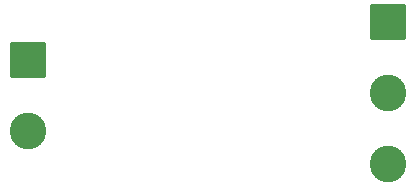
<source format=gbs>
%TF.GenerationSoftware,KiCad,Pcbnew,6.0.2-378541a8eb~116~ubuntu20.04.1*%
%TF.CreationDate,2022-02-17T13:36:36-05:00*%
%TF.ProjectId,TachAdapter,54616368-4164-4617-9074-65722e6b6963,rev?*%
%TF.SameCoordinates,Original*%
%TF.FileFunction,Soldermask,Bot*%
%TF.FilePolarity,Negative*%
%FSLAX46Y46*%
G04 Gerber Fmt 4.6, Leading zero omitted, Abs format (unit mm)*
G04 Created by KiCad (PCBNEW 6.0.2-378541a8eb~116~ubuntu20.04.1) date 2022-02-17 13:36:36*
%MOMM*%
%LPD*%
G01*
G04 APERTURE LIST*
G04 Aperture macros list*
%AMRoundRect*
0 Rectangle with rounded corners*
0 $1 Rounding radius*
0 $2 $3 $4 $5 $6 $7 $8 $9 X,Y pos of 4 corners*
0 Add a 4 corners polygon primitive as box body*
4,1,4,$2,$3,$4,$5,$6,$7,$8,$9,$2,$3,0*
0 Add four circle primitives for the rounded corners*
1,1,$1+$1,$2,$3*
1,1,$1+$1,$4,$5*
1,1,$1+$1,$6,$7*
1,1,$1+$1,$8,$9*
0 Add four rect primitives between the rounded corners*
20,1,$1+$1,$2,$3,$4,$5,0*
20,1,$1+$1,$4,$5,$6,$7,0*
20,1,$1+$1,$6,$7,$8,$9,0*
20,1,$1+$1,$8,$9,$2,$3,0*%
G04 Aperture macros list end*
%ADD10RoundRect,0.249999X-1.300001X1.300001X-1.300001X-1.300001X1.300001X-1.300001X1.300001X1.300001X0*%
%ADD11C,3.100000*%
G04 APERTURE END LIST*
D10*
%TO.C,J2*%
X168402000Y-101442000D03*
D11*
X168402000Y-107442000D03*
X168402000Y-113442000D03*
%TD*%
%TO.C,J1*%
X137922000Y-110648000D03*
D10*
X137922000Y-104648000D03*
%TD*%
M02*

</source>
